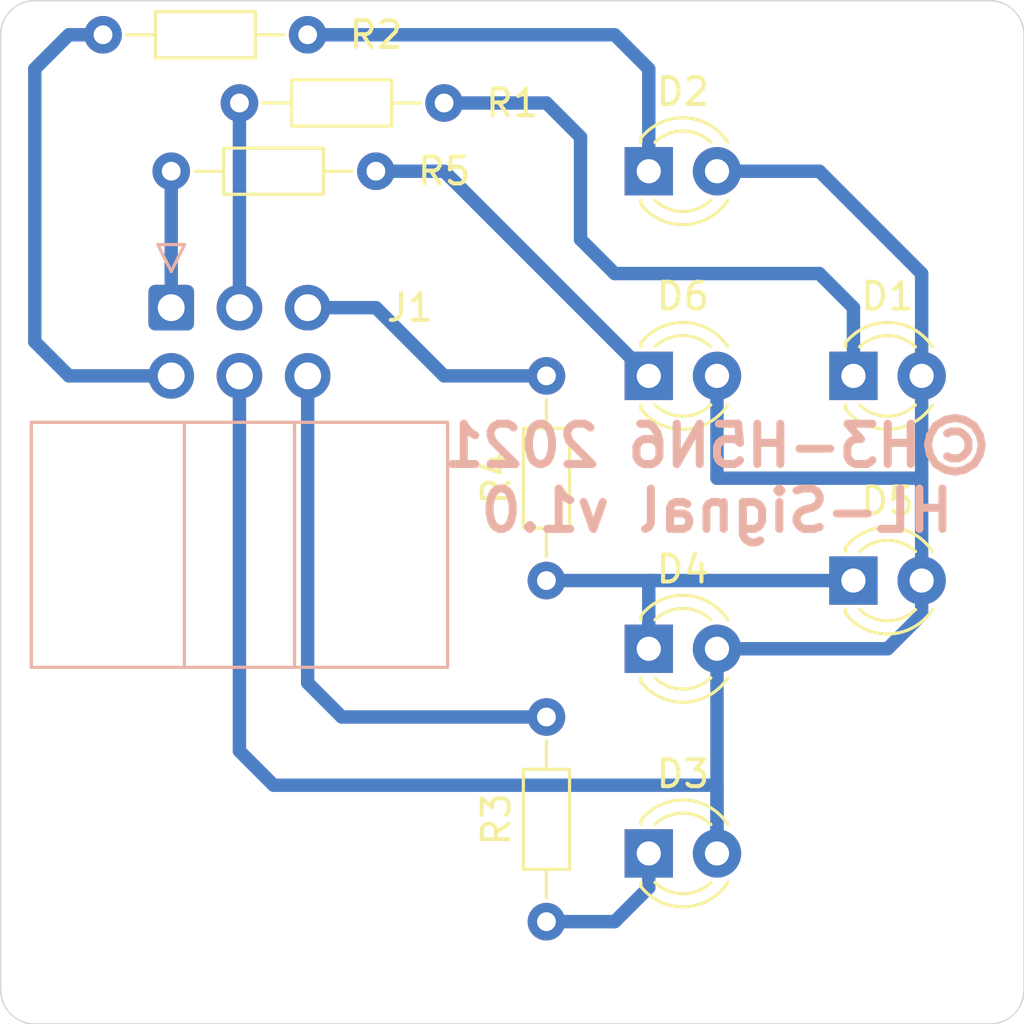
<source format=kicad_pcb>
(kicad_pcb (version 20171130) (host pcbnew 5.1.10)

  (general
    (thickness 1.6)
    (drawings 9)
    (tracks 45)
    (zones 0)
    (modules 14)
    (nets 12)
  )

  (page A4)
  (layers
    (0 F.Cu signal hide)
    (31 B.Cu signal hide)
    (32 B.Adhes user hide)
    (33 F.Adhes user hide)
    (34 B.Paste user hide)
    (35 F.Paste user hide)
    (36 B.SilkS user hide)
    (37 F.SilkS user)
    (38 B.Mask user)
    (39 F.Mask user hide)
    (40 Dwgs.User user hide)
    (41 Cmts.User user hide)
    (42 Eco1.User user hide)
    (43 Eco2.User user hide)
    (44 Edge.Cuts user)
    (45 Margin user hide)
    (46 B.CrtYd user)
    (47 F.CrtYd user)
    (48 B.Fab user hide)
    (49 F.Fab user hide)
  )

  (setup
    (last_trace_width 0.5)
    (trace_clearance 0.2)
    (zone_clearance 0.508)
    (zone_45_only no)
    (trace_min 0.2)
    (via_size 0.8)
    (via_drill 0.4)
    (via_min_size 0.4)
    (via_min_drill 0.3)
    (uvia_size 0.3)
    (uvia_drill 0.1)
    (uvias_allowed no)
    (uvia_min_size 0.2)
    (uvia_min_drill 0.1)
    (edge_width 0.05)
    (segment_width 1)
    (pcb_text_width 0.3)
    (pcb_text_size 1.5 1.5)
    (mod_edge_width 0.12)
    (mod_text_size 1 1)
    (mod_text_width 0.15)
    (pad_size 1.524 1.524)
    (pad_drill 0.762)
    (pad_to_mask_clearance 0)
    (aux_axis_origin 0 0)
    (visible_elements FFFFFF7F)
    (pcbplotparams
      (layerselection 0x010fc_ffffffff)
      (usegerberextensions true)
      (usegerberattributes false)
      (usegerberadvancedattributes false)
      (creategerberjobfile false)
      (excludeedgelayer true)
      (linewidth 0.100000)
      (plotframeref false)
      (viasonmask false)
      (mode 1)
      (useauxorigin false)
      (hpglpennumber 1)
      (hpglpenspeed 20)
      (hpglpendiameter 15.000000)
      (psnegative false)
      (psa4output false)
      (plotreference true)
      (plotvalue false)
      (plotinvisibletext false)
      (padsonsilk false)
      (subtractmaskfromsilk true)
      (outputformat 1)
      (mirror false)
      (drillshape 0)
      (scaleselection 1)
      (outputdirectory "polt"))
  )

  (net 0 "")
  (net 1 +5P)
  (net 2 "Net-(D1-Pad1)")
  (net 3 "Net-(D2-Pad1)")
  (net 4 "Net-(D3-Pad1)")
  (net 5 "Net-(D4-Pad1)")
  (net 6 "Net-(D6-Pad1)")
  (net 7 "Net-(J1-Pad5)")
  (net 8 "Net-(J1-Pad3)")
  (net 9 "Net-(J1-Pad2)")
  (net 10 "Net-(J1-Pad1)")
  (net 11 "Net-(J1-Pad6)")

  (net_class Default "This is the default net class."
    (clearance 0.2)
    (trace_width 0.5)
    (via_dia 0.8)
    (via_drill 0.4)
    (uvia_dia 0.3)
    (uvia_drill 0.1)
    (add_net +5P)
    (add_net "Net-(D1-Pad1)")
    (add_net "Net-(D2-Pad1)")
    (add_net "Net-(D3-Pad1)")
    (add_net "Net-(D4-Pad1)")
    (add_net "Net-(D6-Pad1)")
    (add_net "Net-(J1-Pad1)")
    (add_net "Net-(J1-Pad2)")
    (add_net "Net-(J1-Pad3)")
    (add_net "Net-(J1-Pad5)")
    (add_net "Net-(J1-Pad6)")
  )

  (module Mounting_Holes:MountingHole_3.2mm_M3 (layer F.Cu) (tedit 56D1B4CB) (tstamp 608F3D52)
    (at 59.69 29.21)
    (descr "Mounting Hole 3.2mm, no annular, M3")
    (tags "mounting hole 3.2mm no annular m3")
    (path /608F4395)
    (attr virtual)
    (fp_text reference H1 (at 0 -4.2) (layer F.SilkS) hide
      (effects (font (size 1 1) (thickness 0.15)))
    )
    (fp_text value MountingHole (at 0 4.2) (layer F.Fab) hide
      (effects (font (size 1 1) (thickness 0.15)))
    )
    (fp_circle (center 0 0) (end 3.2 0) (layer Cmts.User) (width 0.15))
    (fp_circle (center 0 0) (end 3.45 0) (layer F.CrtYd) (width 0.05))
    (fp_text user %R (at 0.3 0) (layer F.Fab) hide
      (effects (font (size 1 1) (thickness 0.15)))
    )
    (pad 1 np_thru_hole circle (at 0 0) (size 3.2 3.2) (drill 3.2) (layers *.Cu *.Mask))
  )

  (module LEDs:LED_D3.0mm (layer F.Cu) (tedit 587A3A7B) (tstamp 607A092B)
    (at 57.15 39.37)
    (descr "LED, diameter 3.0mm, 2 pins")
    (tags "LED diameter 3.0mm 2 pins")
    (path /607A062E)
    (fp_text reference D1 (at 1.27 -2.96) (layer F.SilkS)
      (effects (font (size 1 1) (thickness 0.15)))
    )
    (fp_text value "Rot 2" (at 1.27 2.96) (layer F.Fab)
      (effects (font (size 1 1) (thickness 0.15)))
    )
    (fp_line (start 3.7 -2.25) (end -1.15 -2.25) (layer F.CrtYd) (width 0.05))
    (fp_line (start 3.7 2.25) (end 3.7 -2.25) (layer F.CrtYd) (width 0.05))
    (fp_line (start -1.15 2.25) (end 3.7 2.25) (layer F.CrtYd) (width 0.05))
    (fp_line (start -1.15 -2.25) (end -1.15 2.25) (layer F.CrtYd) (width 0.05))
    (fp_line (start -0.29 1.08) (end -0.29 1.236) (layer F.SilkS) (width 0.12))
    (fp_line (start -0.29 -1.236) (end -0.29 -1.08) (layer F.SilkS) (width 0.12))
    (fp_line (start -0.23 -1.16619) (end -0.23 1.16619) (layer F.Fab) (width 0.1))
    (fp_circle (center 1.27 0) (end 2.77 0) (layer F.Fab) (width 0.1))
    (fp_arc (start 1.27 0) (end 0.229039 1.08) (angle -87.9) (layer F.SilkS) (width 0.12))
    (fp_arc (start 1.27 0) (end 0.229039 -1.08) (angle 87.9) (layer F.SilkS) (width 0.12))
    (fp_arc (start 1.27 0) (end -0.29 1.235516) (angle -108.8) (layer F.SilkS) (width 0.12))
    (fp_arc (start 1.27 0) (end -0.29 -1.235516) (angle 108.8) (layer F.SilkS) (width 0.12))
    (fp_arc (start 1.27 0) (end -0.23 -1.16619) (angle 284.3) (layer F.Fab) (width 0.1))
    (pad 2 thru_hole circle (at 2.54 0) (size 1.8 1.8) (drill 0.9) (layers *.Cu *.Mask)
      (net 1 +5P))
    (pad 1 thru_hole rect (at 0 0) (size 1.8 1.8) (drill 0.9) (layers *.Cu *.Mask)
      (net 2 "Net-(D1-Pad1)"))
    (model ${KISYS3DMOD}/LEDs.3dshapes/LED_D3.0mm.wrl
      (at (xyz 0 0 0))
      (scale (xyz 0.393701 0.393701 0.393701))
      (rotate (xyz 0 0 0))
    )
  )

  (module LEDs:LED_D3.0mm (layer F.Cu) (tedit 587A3A7B) (tstamp 607A093E)
    (at 49.53 31.75)
    (descr "LED, diameter 3.0mm, 2 pins")
    (tags "LED diameter 3.0mm 2 pins")
    (path /607A3A55)
    (fp_text reference D2 (at 1.27 -2.96) (layer F.SilkS)
      (effects (font (size 1 1) (thickness 0.15)))
    )
    (fp_text value Grün (at 1.27 2.96) (layer F.Fab)
      (effects (font (size 1 1) (thickness 0.15)))
    )
    (fp_circle (center 1.27 0) (end 2.77 0) (layer F.Fab) (width 0.1))
    (fp_line (start -0.23 -1.16619) (end -0.23 1.16619) (layer F.Fab) (width 0.1))
    (fp_line (start -0.29 -1.236) (end -0.29 -1.08) (layer F.SilkS) (width 0.12))
    (fp_line (start -0.29 1.08) (end -0.29 1.236) (layer F.SilkS) (width 0.12))
    (fp_line (start -1.15 -2.25) (end -1.15 2.25) (layer F.CrtYd) (width 0.05))
    (fp_line (start -1.15 2.25) (end 3.7 2.25) (layer F.CrtYd) (width 0.05))
    (fp_line (start 3.7 2.25) (end 3.7 -2.25) (layer F.CrtYd) (width 0.05))
    (fp_line (start 3.7 -2.25) (end -1.15 -2.25) (layer F.CrtYd) (width 0.05))
    (fp_arc (start 1.27 0) (end -0.23 -1.16619) (angle 284.3) (layer F.Fab) (width 0.1))
    (fp_arc (start 1.27 0) (end -0.29 -1.235516) (angle 108.8) (layer F.SilkS) (width 0.12))
    (fp_arc (start 1.27 0) (end -0.29 1.235516) (angle -108.8) (layer F.SilkS) (width 0.12))
    (fp_arc (start 1.27 0) (end 0.229039 -1.08) (angle 87.9) (layer F.SilkS) (width 0.12))
    (fp_arc (start 1.27 0) (end 0.229039 1.08) (angle -87.9) (layer F.SilkS) (width 0.12))
    (pad 1 thru_hole rect (at 0 0) (size 1.8 1.8) (drill 0.9) (layers *.Cu *.Mask)
      (net 3 "Net-(D2-Pad1)"))
    (pad 2 thru_hole circle (at 2.54 0) (size 1.8 1.8) (drill 0.9) (layers *.Cu *.Mask)
      (net 1 +5P))
    (model ${KISYS3DMOD}/LEDs.3dshapes/LED_D3.0mm.wrl
      (at (xyz 0 0 0))
      (scale (xyz 0.393701 0.393701 0.393701))
      (rotate (xyz 0 0 0))
    )
  )

  (module LEDs:LED_D3.0mm (layer F.Cu) (tedit 587A3A7B) (tstamp 607A0951)
    (at 49.53 57.15)
    (descr "LED, diameter 3.0mm, 2 pins")
    (tags "LED diameter 3.0mm 2 pins")
    (path /607A462B)
    (fp_text reference D3 (at 1.27 -2.96) (layer F.SilkS)
      (effects (font (size 1 1) (thickness 0.15)))
    )
    (fp_text value Gelb (at 1.27 2.96) (layer F.Fab)
      (effects (font (size 1 1) (thickness 0.15)))
    )
    (fp_line (start 3.7 -2.25) (end -1.15 -2.25) (layer F.CrtYd) (width 0.05))
    (fp_line (start 3.7 2.25) (end 3.7 -2.25) (layer F.CrtYd) (width 0.05))
    (fp_line (start -1.15 2.25) (end 3.7 2.25) (layer F.CrtYd) (width 0.05))
    (fp_line (start -1.15 -2.25) (end -1.15 2.25) (layer F.CrtYd) (width 0.05))
    (fp_line (start -0.29 1.08) (end -0.29 1.236) (layer F.SilkS) (width 0.12))
    (fp_line (start -0.29 -1.236) (end -0.29 -1.08) (layer F.SilkS) (width 0.12))
    (fp_line (start -0.23 -1.16619) (end -0.23 1.16619) (layer F.Fab) (width 0.1))
    (fp_circle (center 1.27 0) (end 2.77 0) (layer F.Fab) (width 0.1))
    (fp_arc (start 1.27 0) (end 0.229039 1.08) (angle -87.9) (layer F.SilkS) (width 0.12))
    (fp_arc (start 1.27 0) (end 0.229039 -1.08) (angle 87.9) (layer F.SilkS) (width 0.12))
    (fp_arc (start 1.27 0) (end -0.29 1.235516) (angle -108.8) (layer F.SilkS) (width 0.12))
    (fp_arc (start 1.27 0) (end -0.29 -1.235516) (angle 108.8) (layer F.SilkS) (width 0.12))
    (fp_arc (start 1.27 0) (end -0.23 -1.16619) (angle 284.3) (layer F.Fab) (width 0.1))
    (pad 2 thru_hole circle (at 2.54 0) (size 1.8 1.8) (drill 0.9) (layers *.Cu *.Mask)
      (net 1 +5P))
    (pad 1 thru_hole rect (at 0 0) (size 1.8 1.8) (drill 0.9) (layers *.Cu *.Mask)
      (net 4 "Net-(D3-Pad1)"))
    (model ${KISYS3DMOD}/LEDs.3dshapes/LED_D3.0mm.wrl
      (at (xyz 0 0 0))
      (scale (xyz 0.393701 0.393701 0.393701))
      (rotate (xyz 0 0 0))
    )
  )

  (module LEDs:LED_D3.0mm (layer F.Cu) (tedit 587A3A7B) (tstamp 607A0964)
    (at 49.53 49.53)
    (descr "LED, diameter 3.0mm, 2 pins")
    (tags "LED diameter 3.0mm 2 pins")
    (path /607A4EA5)
    (fp_text reference D4 (at 1.27 -2.96) (layer F.SilkS)
      (effects (font (size 1 1) (thickness 0.15)))
    )
    (fp_text value Weiß (at 1.27 2.96) (layer F.Fab)
      (effects (font (size 1 1) (thickness 0.15)))
    )
    (fp_circle (center 1.27 0) (end 2.77 0) (layer F.Fab) (width 0.1))
    (fp_line (start -0.23 -1.16619) (end -0.23 1.16619) (layer F.Fab) (width 0.1))
    (fp_line (start -0.29 -1.236) (end -0.29 -1.08) (layer F.SilkS) (width 0.12))
    (fp_line (start -0.29 1.08) (end -0.29 1.236) (layer F.SilkS) (width 0.12))
    (fp_line (start -1.15 -2.25) (end -1.15 2.25) (layer F.CrtYd) (width 0.05))
    (fp_line (start -1.15 2.25) (end 3.7 2.25) (layer F.CrtYd) (width 0.05))
    (fp_line (start 3.7 2.25) (end 3.7 -2.25) (layer F.CrtYd) (width 0.05))
    (fp_line (start 3.7 -2.25) (end -1.15 -2.25) (layer F.CrtYd) (width 0.05))
    (fp_arc (start 1.27 0) (end -0.23 -1.16619) (angle 284.3) (layer F.Fab) (width 0.1))
    (fp_arc (start 1.27 0) (end -0.29 -1.235516) (angle 108.8) (layer F.SilkS) (width 0.12))
    (fp_arc (start 1.27 0) (end -0.29 1.235516) (angle -108.8) (layer F.SilkS) (width 0.12))
    (fp_arc (start 1.27 0) (end 0.229039 -1.08) (angle 87.9) (layer F.SilkS) (width 0.12))
    (fp_arc (start 1.27 0) (end 0.229039 1.08) (angle -87.9) (layer F.SilkS) (width 0.12))
    (pad 1 thru_hole rect (at 0 0) (size 1.8 1.8) (drill 0.9) (layers *.Cu *.Mask)
      (net 5 "Net-(D4-Pad1)"))
    (pad 2 thru_hole circle (at 2.54 0) (size 1.8 1.8) (drill 0.9) (layers *.Cu *.Mask)
      (net 1 +5P))
    (model ${KISYS3DMOD}/LEDs.3dshapes/LED_D3.0mm.wrl
      (at (xyz 0 0 0))
      (scale (xyz 0.393701 0.393701 0.393701))
      (rotate (xyz 0 0 0))
    )
  )

  (module LEDs:LED_D3.0mm (layer F.Cu) (tedit 587A3A7B) (tstamp 607A0977)
    (at 57.15 46.99)
    (descr "LED, diameter 3.0mm, 2 pins")
    (tags "LED diameter 3.0mm 2 pins")
    (path /607A5C61)
    (fp_text reference D5 (at 1.27 -2.96) (layer F.SilkS)
      (effects (font (size 1 1) (thickness 0.15)))
    )
    (fp_text value Weiß (at 1.27 2.96) (layer F.Fab)
      (effects (font (size 1 1) (thickness 0.15)))
    )
    (fp_line (start 3.7 -2.25) (end -1.15 -2.25) (layer F.CrtYd) (width 0.05))
    (fp_line (start 3.7 2.25) (end 3.7 -2.25) (layer F.CrtYd) (width 0.05))
    (fp_line (start -1.15 2.25) (end 3.7 2.25) (layer F.CrtYd) (width 0.05))
    (fp_line (start -1.15 -2.25) (end -1.15 2.25) (layer F.CrtYd) (width 0.05))
    (fp_line (start -0.29 1.08) (end -0.29 1.236) (layer F.SilkS) (width 0.12))
    (fp_line (start -0.29 -1.236) (end -0.29 -1.08) (layer F.SilkS) (width 0.12))
    (fp_line (start -0.23 -1.16619) (end -0.23 1.16619) (layer F.Fab) (width 0.1))
    (fp_circle (center 1.27 0) (end 2.77 0) (layer F.Fab) (width 0.1))
    (fp_arc (start 1.27 0) (end 0.229039 1.08) (angle -87.9) (layer F.SilkS) (width 0.12))
    (fp_arc (start 1.27 0) (end 0.229039 -1.08) (angle 87.9) (layer F.SilkS) (width 0.12))
    (fp_arc (start 1.27 0) (end -0.29 1.235516) (angle -108.8) (layer F.SilkS) (width 0.12))
    (fp_arc (start 1.27 0) (end -0.29 -1.235516) (angle 108.8) (layer F.SilkS) (width 0.12))
    (fp_arc (start 1.27 0) (end -0.23 -1.16619) (angle 284.3) (layer F.Fab) (width 0.1))
    (pad 2 thru_hole circle (at 2.54 0) (size 1.8 1.8) (drill 0.9) (layers *.Cu *.Mask)
      (net 1 +5P))
    (pad 1 thru_hole rect (at 0 0) (size 1.8 1.8) (drill 0.9) (layers *.Cu *.Mask)
      (net 5 "Net-(D4-Pad1)"))
    (model ${KISYS3DMOD}/LEDs.3dshapes/LED_D3.0mm.wrl
      (at (xyz 0 0 0))
      (scale (xyz 0.393701 0.393701 0.393701))
      (rotate (xyz 0 0 0))
    )
  )

  (module LEDs:LED_D3.0mm (layer F.Cu) (tedit 587A3A7B) (tstamp 607A098A)
    (at 49.53 39.37)
    (descr "LED, diameter 3.0mm, 2 pins")
    (tags "LED diameter 3.0mm 2 pins")
    (path /607B3361)
    (fp_text reference D6 (at 1.27 -2.96) (layer F.SilkS)
      (effects (font (size 1 1) (thickness 0.15)))
    )
    (fp_text value "Rot 1" (at 1.27 2.96) (layer F.Fab)
      (effects (font (size 1 1) (thickness 0.15)))
    )
    (fp_circle (center 1.27 0) (end 2.77 0) (layer F.Fab) (width 0.1))
    (fp_line (start -0.23 -1.16619) (end -0.23 1.16619) (layer F.Fab) (width 0.1))
    (fp_line (start -0.29 -1.236) (end -0.29 -1.08) (layer F.SilkS) (width 0.12))
    (fp_line (start -0.29 1.08) (end -0.29 1.236) (layer F.SilkS) (width 0.12))
    (fp_line (start -1.15 -2.25) (end -1.15 2.25) (layer F.CrtYd) (width 0.05))
    (fp_line (start -1.15 2.25) (end 3.7 2.25) (layer F.CrtYd) (width 0.05))
    (fp_line (start 3.7 2.25) (end 3.7 -2.25) (layer F.CrtYd) (width 0.05))
    (fp_line (start 3.7 -2.25) (end -1.15 -2.25) (layer F.CrtYd) (width 0.05))
    (fp_arc (start 1.27 0) (end -0.23 -1.16619) (angle 284.3) (layer F.Fab) (width 0.1))
    (fp_arc (start 1.27 0) (end -0.29 -1.235516) (angle 108.8) (layer F.SilkS) (width 0.12))
    (fp_arc (start 1.27 0) (end -0.29 1.235516) (angle -108.8) (layer F.SilkS) (width 0.12))
    (fp_arc (start 1.27 0) (end 0.229039 -1.08) (angle 87.9) (layer F.SilkS) (width 0.12))
    (fp_arc (start 1.27 0) (end 0.229039 1.08) (angle -87.9) (layer F.SilkS) (width 0.12))
    (pad 1 thru_hole rect (at 0 0) (size 1.8 1.8) (drill 0.9) (layers *.Cu *.Mask)
      (net 6 "Net-(D6-Pad1)"))
    (pad 2 thru_hole circle (at 2.54 0) (size 1.8 1.8) (drill 0.9) (layers *.Cu *.Mask)
      (net 1 +5P))
    (model ${KISYS3DMOD}/LEDs.3dshapes/LED_D3.0mm.wrl
      (at (xyz 0 0 0))
      (scale (xyz 0.393701 0.393701 0.393701))
      (rotate (xyz 0 0 0))
    )
  )

  (module Resistors_THT:R_Axial_DIN0204_L3.6mm_D1.6mm_P7.62mm_Horizontal (layer F.Cu) (tedit 5874F706) (tstamp 607A09A0)
    (at 41.91 29.21 180)
    (descr "Resistor, Axial_DIN0204 series, Axial, Horizontal, pin pitch=7.62mm, 0.16666666666666666W = 1/6W, length*diameter=3.6*1.6mm^2, http://cdn-reichelt.de/documents/datenblatt/B400/1_4W%23YAG.pdf")
    (tags "Resistor Axial_DIN0204 series Axial Horizontal pin pitch 7.62mm 0.16666666666666666W = 1/6W length 3.6mm diameter 1.6mm")
    (path /607A174E)
    (fp_text reference R1 (at -2.54 0) (layer F.SilkS)
      (effects (font (size 1 1) (thickness 0.15)))
    )
    (fp_text value R (at 3.81 1.86) (layer F.Fab)
      (effects (font (size 1 1) (thickness 0.15)))
    )
    (fp_line (start 8.6 -1.15) (end -0.95 -1.15) (layer F.CrtYd) (width 0.05))
    (fp_line (start 8.6 1.15) (end 8.6 -1.15) (layer F.CrtYd) (width 0.05))
    (fp_line (start -0.95 1.15) (end 8.6 1.15) (layer F.CrtYd) (width 0.05))
    (fp_line (start -0.95 -1.15) (end -0.95 1.15) (layer F.CrtYd) (width 0.05))
    (fp_line (start 6.74 0) (end 5.67 0) (layer F.SilkS) (width 0.12))
    (fp_line (start 0.88 0) (end 1.95 0) (layer F.SilkS) (width 0.12))
    (fp_line (start 5.67 -0.86) (end 1.95 -0.86) (layer F.SilkS) (width 0.12))
    (fp_line (start 5.67 0.86) (end 5.67 -0.86) (layer F.SilkS) (width 0.12))
    (fp_line (start 1.95 0.86) (end 5.67 0.86) (layer F.SilkS) (width 0.12))
    (fp_line (start 1.95 -0.86) (end 1.95 0.86) (layer F.SilkS) (width 0.12))
    (fp_line (start 7.62 0) (end 5.61 0) (layer F.Fab) (width 0.1))
    (fp_line (start 0 0) (end 2.01 0) (layer F.Fab) (width 0.1))
    (fp_line (start 5.61 -0.8) (end 2.01 -0.8) (layer F.Fab) (width 0.1))
    (fp_line (start 5.61 0.8) (end 5.61 -0.8) (layer F.Fab) (width 0.1))
    (fp_line (start 2.01 0.8) (end 5.61 0.8) (layer F.Fab) (width 0.1))
    (fp_line (start 2.01 -0.8) (end 2.01 0.8) (layer F.Fab) (width 0.1))
    (pad 2 thru_hole oval (at 7.62 0 180) (size 1.4 1.4) (drill 0.7) (layers *.Cu *.Mask)
      (net 8 "Net-(J1-Pad3)"))
    (pad 1 thru_hole circle (at 0 0 180) (size 1.4 1.4) (drill 0.7) (layers *.Cu *.Mask)
      (net 2 "Net-(D1-Pad1)"))
    (model ${KISYS3DMOD}/Resistors_THT.3dshapes/R_Axial_DIN0204_L3.6mm_D1.6mm_P7.62mm_Horizontal.wrl
      (at (xyz 0 0 0))
      (scale (xyz 0.393701 0.393701 0.393701))
      (rotate (xyz 0 0 0))
    )
  )

  (module Resistors_THT:R_Axial_DIN0204_L3.6mm_D1.6mm_P7.62mm_Horizontal (layer F.Cu) (tedit 5874F706) (tstamp 607A09B6)
    (at 36.83 26.67 180)
    (descr "Resistor, Axial_DIN0204 series, Axial, Horizontal, pin pitch=7.62mm, 0.16666666666666666W = 1/6W, length*diameter=3.6*1.6mm^2, http://cdn-reichelt.de/documents/datenblatt/B400/1_4W%23YAG.pdf")
    (tags "Resistor Axial_DIN0204 series Axial Horizontal pin pitch 7.62mm 0.16666666666666666W = 1/6W length 3.6mm diameter 1.6mm")
    (path /607A3A5B)
    (fp_text reference R2 (at -2.54 0) (layer F.SilkS)
      (effects (font (size 1 1) (thickness 0.15)))
    )
    (fp_text value R (at 3.81 1.86) (layer F.Fab)
      (effects (font (size 1 1) (thickness 0.15)))
    )
    (fp_line (start 2.01 -0.8) (end 2.01 0.8) (layer F.Fab) (width 0.1))
    (fp_line (start 2.01 0.8) (end 5.61 0.8) (layer F.Fab) (width 0.1))
    (fp_line (start 5.61 0.8) (end 5.61 -0.8) (layer F.Fab) (width 0.1))
    (fp_line (start 5.61 -0.8) (end 2.01 -0.8) (layer F.Fab) (width 0.1))
    (fp_line (start 0 0) (end 2.01 0) (layer F.Fab) (width 0.1))
    (fp_line (start 7.62 0) (end 5.61 0) (layer F.Fab) (width 0.1))
    (fp_line (start 1.95 -0.86) (end 1.95 0.86) (layer F.SilkS) (width 0.12))
    (fp_line (start 1.95 0.86) (end 5.67 0.86) (layer F.SilkS) (width 0.12))
    (fp_line (start 5.67 0.86) (end 5.67 -0.86) (layer F.SilkS) (width 0.12))
    (fp_line (start 5.67 -0.86) (end 1.95 -0.86) (layer F.SilkS) (width 0.12))
    (fp_line (start 0.88 0) (end 1.95 0) (layer F.SilkS) (width 0.12))
    (fp_line (start 6.74 0) (end 5.67 0) (layer F.SilkS) (width 0.12))
    (fp_line (start -0.95 -1.15) (end -0.95 1.15) (layer F.CrtYd) (width 0.05))
    (fp_line (start -0.95 1.15) (end 8.6 1.15) (layer F.CrtYd) (width 0.05))
    (fp_line (start 8.6 1.15) (end 8.6 -1.15) (layer F.CrtYd) (width 0.05))
    (fp_line (start 8.6 -1.15) (end -0.95 -1.15) (layer F.CrtYd) (width 0.05))
    (pad 1 thru_hole circle (at 0 0 180) (size 1.4 1.4) (drill 0.7) (layers *.Cu *.Mask)
      (net 3 "Net-(D2-Pad1)"))
    (pad 2 thru_hole oval (at 7.62 0 180) (size 1.4 1.4) (drill 0.7) (layers *.Cu *.Mask)
      (net 9 "Net-(J1-Pad2)"))
    (model ${KISYS3DMOD}/Resistors_THT.3dshapes/R_Axial_DIN0204_L3.6mm_D1.6mm_P7.62mm_Horizontal.wrl
      (at (xyz 0 0 0))
      (scale (xyz 0.393701 0.393701 0.393701))
      (rotate (xyz 0 0 0))
    )
  )

  (module Resistors_THT:R_Axial_DIN0204_L3.6mm_D1.6mm_P7.62mm_Horizontal (layer F.Cu) (tedit 5874F706) (tstamp 607A09CC)
    (at 45.72 59.69 90)
    (descr "Resistor, Axial_DIN0204 series, Axial, Horizontal, pin pitch=7.62mm, 0.16666666666666666W = 1/6W, length*diameter=3.6*1.6mm^2, http://cdn-reichelt.de/documents/datenblatt/B400/1_4W%23YAG.pdf")
    (tags "Resistor Axial_DIN0204 series Axial Horizontal pin pitch 7.62mm 0.16666666666666666W = 1/6W length 3.6mm diameter 1.6mm")
    (path /607A4631)
    (fp_text reference R3 (at 3.81 -1.86 90) (layer F.SilkS)
      (effects (font (size 1 1) (thickness 0.15)))
    )
    (fp_text value R (at 3.81 1.86 90) (layer F.Fab)
      (effects (font (size 1 1) (thickness 0.15)))
    )
    (fp_line (start 2.01 -0.8) (end 2.01 0.8) (layer F.Fab) (width 0.1))
    (fp_line (start 2.01 0.8) (end 5.61 0.8) (layer F.Fab) (width 0.1))
    (fp_line (start 5.61 0.8) (end 5.61 -0.8) (layer F.Fab) (width 0.1))
    (fp_line (start 5.61 -0.8) (end 2.01 -0.8) (layer F.Fab) (width 0.1))
    (fp_line (start 0 0) (end 2.01 0) (layer F.Fab) (width 0.1))
    (fp_line (start 7.62 0) (end 5.61 0) (layer F.Fab) (width 0.1))
    (fp_line (start 1.95 -0.86) (end 1.95 0.86) (layer F.SilkS) (width 0.12))
    (fp_line (start 1.95 0.86) (end 5.67 0.86) (layer F.SilkS) (width 0.12))
    (fp_line (start 5.67 0.86) (end 5.67 -0.86) (layer F.SilkS) (width 0.12))
    (fp_line (start 5.67 -0.86) (end 1.95 -0.86) (layer F.SilkS) (width 0.12))
    (fp_line (start 0.88 0) (end 1.95 0) (layer F.SilkS) (width 0.12))
    (fp_line (start 6.74 0) (end 5.67 0) (layer F.SilkS) (width 0.12))
    (fp_line (start -0.95 -1.15) (end -0.95 1.15) (layer F.CrtYd) (width 0.05))
    (fp_line (start -0.95 1.15) (end 8.6 1.15) (layer F.CrtYd) (width 0.05))
    (fp_line (start 8.6 1.15) (end 8.6 -1.15) (layer F.CrtYd) (width 0.05))
    (fp_line (start 8.6 -1.15) (end -0.95 -1.15) (layer F.CrtYd) (width 0.05))
    (pad 1 thru_hole circle (at 0 0 90) (size 1.4 1.4) (drill 0.7) (layers *.Cu *.Mask)
      (net 4 "Net-(D3-Pad1)"))
    (pad 2 thru_hole oval (at 7.62 0 90) (size 1.4 1.4) (drill 0.7) (layers *.Cu *.Mask)
      (net 11 "Net-(J1-Pad6)"))
    (model ${KISYS3DMOD}/Resistors_THT.3dshapes/R_Axial_DIN0204_L3.6mm_D1.6mm_P7.62mm_Horizontal.wrl
      (at (xyz 0 0 0))
      (scale (xyz 0.393701 0.393701 0.393701))
      (rotate (xyz 0 0 0))
    )
  )

  (module Resistors_THT:R_Axial_DIN0204_L3.6mm_D1.6mm_P7.62mm_Horizontal (layer F.Cu) (tedit 5874F706) (tstamp 607A09E2)
    (at 45.72 46.99 90)
    (descr "Resistor, Axial_DIN0204 series, Axial, Horizontal, pin pitch=7.62mm, 0.16666666666666666W = 1/6W, length*diameter=3.6*1.6mm^2, http://cdn-reichelt.de/documents/datenblatt/B400/1_4W%23YAG.pdf")
    (tags "Resistor Axial_DIN0204 series Axial Horizontal pin pitch 7.62mm 0.16666666666666666W = 1/6W length 3.6mm diameter 1.6mm")
    (path /607A4EAB)
    (fp_text reference R4 (at 3.81 -1.86 90) (layer F.SilkS)
      (effects (font (size 1 1) (thickness 0.15)))
    )
    (fp_text value R (at 3.81 1.86 90) (layer F.Fab)
      (effects (font (size 1 1) (thickness 0.15)))
    )
    (fp_line (start 8.6 -1.15) (end -0.95 -1.15) (layer F.CrtYd) (width 0.05))
    (fp_line (start 8.6 1.15) (end 8.6 -1.15) (layer F.CrtYd) (width 0.05))
    (fp_line (start -0.95 1.15) (end 8.6 1.15) (layer F.CrtYd) (width 0.05))
    (fp_line (start -0.95 -1.15) (end -0.95 1.15) (layer F.CrtYd) (width 0.05))
    (fp_line (start 6.74 0) (end 5.67 0) (layer F.SilkS) (width 0.12))
    (fp_line (start 0.88 0) (end 1.95 0) (layer F.SilkS) (width 0.12))
    (fp_line (start 5.67 -0.86) (end 1.95 -0.86) (layer F.SilkS) (width 0.12))
    (fp_line (start 5.67 0.86) (end 5.67 -0.86) (layer F.SilkS) (width 0.12))
    (fp_line (start 1.95 0.86) (end 5.67 0.86) (layer F.SilkS) (width 0.12))
    (fp_line (start 1.95 -0.86) (end 1.95 0.86) (layer F.SilkS) (width 0.12))
    (fp_line (start 7.62 0) (end 5.61 0) (layer F.Fab) (width 0.1))
    (fp_line (start 0 0) (end 2.01 0) (layer F.Fab) (width 0.1))
    (fp_line (start 5.61 -0.8) (end 2.01 -0.8) (layer F.Fab) (width 0.1))
    (fp_line (start 5.61 0.8) (end 5.61 -0.8) (layer F.Fab) (width 0.1))
    (fp_line (start 2.01 0.8) (end 5.61 0.8) (layer F.Fab) (width 0.1))
    (fp_line (start 2.01 -0.8) (end 2.01 0.8) (layer F.Fab) (width 0.1))
    (pad 2 thru_hole oval (at 7.62 0 90) (size 1.4 1.4) (drill 0.7) (layers *.Cu *.Mask)
      (net 7 "Net-(J1-Pad5)"))
    (pad 1 thru_hole circle (at 0 0 90) (size 1.4 1.4) (drill 0.7) (layers *.Cu *.Mask)
      (net 5 "Net-(D4-Pad1)"))
    (model ${KISYS3DMOD}/Resistors_THT.3dshapes/R_Axial_DIN0204_L3.6mm_D1.6mm_P7.62mm_Horizontal.wrl
      (at (xyz 0 0 0))
      (scale (xyz 0.393701 0.393701 0.393701))
      (rotate (xyz 0 0 0))
    )
  )

  (module Resistors_THT:R_Axial_DIN0204_L3.6mm_D1.6mm_P7.62mm_Horizontal (layer F.Cu) (tedit 5874F706) (tstamp 607A09F8)
    (at 39.37 31.75 180)
    (descr "Resistor, Axial_DIN0204 series, Axial, Horizontal, pin pitch=7.62mm, 0.16666666666666666W = 1/6W, length*diameter=3.6*1.6mm^2, http://cdn-reichelt.de/documents/datenblatt/B400/1_4W%23YAG.pdf")
    (tags "Resistor Axial_DIN0204 series Axial Horizontal pin pitch 7.62mm 0.16666666666666666W = 1/6W length 3.6mm diameter 1.6mm")
    (path /607B3367)
    (fp_text reference R5 (at -2.54 0) (layer F.SilkS)
      (effects (font (size 1 1) (thickness 0.15)))
    )
    (fp_text value R (at 3.81 1.86) (layer F.Fab)
      (effects (font (size 1 1) (thickness 0.15)))
    )
    (fp_line (start 8.6 -1.15) (end -0.95 -1.15) (layer F.CrtYd) (width 0.05))
    (fp_line (start 8.6 1.15) (end 8.6 -1.15) (layer F.CrtYd) (width 0.05))
    (fp_line (start -0.95 1.15) (end 8.6 1.15) (layer F.CrtYd) (width 0.05))
    (fp_line (start -0.95 -1.15) (end -0.95 1.15) (layer F.CrtYd) (width 0.05))
    (fp_line (start 6.74 0) (end 5.67 0) (layer F.SilkS) (width 0.12))
    (fp_line (start 0.88 0) (end 1.95 0) (layer F.SilkS) (width 0.12))
    (fp_line (start 5.67 -0.86) (end 1.95 -0.86) (layer F.SilkS) (width 0.12))
    (fp_line (start 5.67 0.86) (end 5.67 -0.86) (layer F.SilkS) (width 0.12))
    (fp_line (start 1.95 0.86) (end 5.67 0.86) (layer F.SilkS) (width 0.12))
    (fp_line (start 1.95 -0.86) (end 1.95 0.86) (layer F.SilkS) (width 0.12))
    (fp_line (start 7.62 0) (end 5.61 0) (layer F.Fab) (width 0.1))
    (fp_line (start 0 0) (end 2.01 0) (layer F.Fab) (width 0.1))
    (fp_line (start 5.61 -0.8) (end 2.01 -0.8) (layer F.Fab) (width 0.1))
    (fp_line (start 5.61 0.8) (end 5.61 -0.8) (layer F.Fab) (width 0.1))
    (fp_line (start 2.01 0.8) (end 5.61 0.8) (layer F.Fab) (width 0.1))
    (fp_line (start 2.01 -0.8) (end 2.01 0.8) (layer F.Fab) (width 0.1))
    (pad 2 thru_hole oval (at 7.62 0 180) (size 1.4 1.4) (drill 0.7) (layers *.Cu *.Mask)
      (net 10 "Net-(J1-Pad1)"))
    (pad 1 thru_hole circle (at 0 0 180) (size 1.4 1.4) (drill 0.7) (layers *.Cu *.Mask)
      (net 6 "Net-(D6-Pad1)"))
    (model ${KISYS3DMOD}/Resistors_THT.3dshapes/R_Axial_DIN0204_L3.6mm_D1.6mm_P7.62mm_Horizontal.wrl
      (at (xyz 0 0 0))
      (scale (xyz 0.393701 0.393701 0.393701))
      (rotate (xyz 0 0 0))
    )
  )

  (module Connectors_IDC:IDC-Header_2x03_P2.54mm_Horizontal (layer B.Cu) (tedit 5EAC9A08) (tstamp 607B5064)
    (at 31.75 36.83 270)
    (descr "Through hole IDC box header, 2x03, 2.54mm pitch, DIN 41651 / IEC 60603-13, double rows, https://docs.google.com/spreadsheets/d/16SsEcesNF15N3Lb4niX7dcUr-NY5_MFPQhobNuNppn4/edit#gid=0")
    (tags "Through hole horizontal IDC box header THT 2x03 2.54mm double row")
    (path /607A8BE2)
    (fp_text reference J1 (at 0 -8.89) (layer F.SilkS)
      (effects (font (size 1 1) (thickness 0.15)))
    )
    (fp_text value Conn_02x03_Odd_Even (at 6.215 -11.18 270) (layer B.Fab)
      (effects (font (size 1 1) (thickness 0.15)) (justify mirror))
    )
    (fp_line (start 4.38 4.1) (end 5.38 5.1) (layer B.Fab) (width 0.1))
    (fp_line (start 4.38 -0.49) (end 13.28 -0.49) (layer B.Fab) (width 0.1))
    (fp_line (start 4.38 -4.59) (end 13.28 -4.59) (layer B.Fab) (width 0.1))
    (fp_line (start 4.27 -0.49) (end 13.39 -0.49) (layer B.SilkS) (width 0.12))
    (fp_line (start 4.27 -4.59) (end 13.39 -4.59) (layer B.SilkS) (width 0.12))
    (fp_line (start 4.38 0.32) (end -0.32 0.32) (layer B.Fab) (width 0.1))
    (fp_line (start -0.32 0.32) (end -0.32 -0.32) (layer B.Fab) (width 0.1))
    (fp_line (start -0.32 -0.32) (end 4.38 -0.32) (layer B.Fab) (width 0.1))
    (fp_line (start 4.38 -2.22) (end -0.32 -2.22) (layer B.Fab) (width 0.1))
    (fp_line (start -0.32 -2.22) (end -0.32 -2.86) (layer B.Fab) (width 0.1))
    (fp_line (start -0.32 -2.86) (end 4.38 -2.86) (layer B.Fab) (width 0.1))
    (fp_line (start 4.38 -4.76) (end -0.32 -4.76) (layer B.Fab) (width 0.1))
    (fp_line (start -0.32 -4.76) (end -0.32 -5.4) (layer B.Fab) (width 0.1))
    (fp_line (start -0.32 -5.4) (end 4.38 -5.4) (layer B.Fab) (width 0.1))
    (fp_line (start 5.38 5.1) (end 13.28 5.1) (layer B.Fab) (width 0.1))
    (fp_line (start 13.28 5.1) (end 13.28 -10.18) (layer B.Fab) (width 0.1))
    (fp_line (start 13.28 -10.18) (end 4.38 -10.18) (layer B.Fab) (width 0.1))
    (fp_line (start 4.38 -10.18) (end 4.38 4.1) (layer B.Fab) (width 0.1))
    (fp_line (start 4.27 5.21) (end 13.39 5.21) (layer B.SilkS) (width 0.12))
    (fp_line (start 13.39 5.21) (end 13.39 -10.29) (layer B.SilkS) (width 0.12))
    (fp_line (start 13.39 -10.29) (end 4.27 -10.29) (layer B.SilkS) (width 0.12))
    (fp_line (start 4.27 -10.29) (end 4.27 5.21) (layer B.SilkS) (width 0.12))
    (fp_line (start -1.35 0) (end -2.35 0.5) (layer B.SilkS) (width 0.12))
    (fp_line (start -2.35 0.5) (end -2.35 -0.5) (layer B.SilkS) (width 0.12))
    (fp_line (start -2.35 -0.5) (end -1.35 0) (layer B.SilkS) (width 0.12))
    (fp_line (start -1.35 5.6) (end -1.35 -10.69) (layer B.CrtYd) (width 0.05))
    (fp_line (start -1.35 -10.69) (end 13.78 -10.69) (layer B.CrtYd) (width 0.05))
    (fp_line (start 13.78 -10.69) (end 13.78 5.6) (layer B.CrtYd) (width 0.05))
    (fp_line (start 13.78 5.6) (end -1.35 5.6) (layer B.CrtYd) (width 0.05))
    (fp_text user %R (at 8.83 -2.54) (layer B.Fab)
      (effects (font (size 1 1) (thickness 0.15)) (justify mirror))
    )
    (pad 1 thru_hole roundrect (at 0 0 270) (size 1.7 1.7) (drill 1) (layers *.Cu *.Mask) (roundrect_rratio 0.1470588235294118)
      (net 10 "Net-(J1-Pad1)"))
    (pad 3 thru_hole circle (at 0 -2.54 270) (size 1.7 1.7) (drill 1) (layers *.Cu *.Mask)
      (net 8 "Net-(J1-Pad3)"))
    (pad 5 thru_hole circle (at 0 -5.08 270) (size 1.7 1.7) (drill 1) (layers *.Cu *.Mask)
      (net 7 "Net-(J1-Pad5)"))
    (pad 2 thru_hole circle (at 2.54 0 270) (size 1.7 1.7) (drill 1) (layers *.Cu *.Mask)
      (net 9 "Net-(J1-Pad2)"))
    (pad 4 thru_hole circle (at 2.54 -2.54 270) (size 1.7 1.7) (drill 1) (layers *.Cu *.Mask)
      (net 1 +5P))
    (pad 6 thru_hole circle (at 2.54 -5.08 270) (size 1.7 1.7) (drill 1) (layers *.Cu *.Mask)
      (net 11 "Net-(J1-Pad6)"))
    (model ${KISYS3DMOD}/Connector_IDC.3dshapes/IDC-Header_2x03_P2.54mm_Horizontal.wrl
      (at (xyz 0 0 0))
      (scale (xyz 1 1 1))
      (rotate (xyz 0 0 0))
    )
  )

  (module Mounting_Holes:MountingHole_3.2mm_M3 (layer F.Cu) (tedit 56D1B4CB) (tstamp 608F3C63)
    (at 59.69 59.69)
    (descr "Mounting Hole 3.2mm, no annular, M3")
    (tags "mounting hole 3.2mm no annular m3")
    (path /608F4395)
    (attr virtual)
    (fp_text reference H1 (at 0 -4.2) (layer F.SilkS) hide
      (effects (font (size 1 1) (thickness 0.15)))
    )
    (fp_text value MountingHole (at 0 4.2) (layer F.Fab) hide
      (effects (font (size 1 1) (thickness 0.15)))
    )
    (fp_circle (center 0 0) (end 3.45 0) (layer F.CrtYd) (width 0.05))
    (fp_circle (center 0 0) (end 3.2 0) (layer Cmts.User) (width 0.15))
    (fp_text user %R (at 0.3 0) (layer F.Fab) hide
      (effects (font (size 1 1) (thickness 0.15)))
    )
    (pad 1 np_thru_hole circle (at 0 0) (size 3.2 3.2) (drill 3.2) (layers *.Cu *.Mask))
  )

  (gr_text "©H3-H5N6 2021\nHL-Signal v1.0" (at 52.07 43.18) (layer B.SilkS)
    (effects (font (size 1.5 1.5) (thickness 0.3)) (justify mirror))
  )
  (gr_arc (start 62.23 62.23) (end 62.23 63.5) (angle -90) (layer Edge.Cuts) (width 0.05) (tstamp 608F38B4))
  (gr_arc (start 26.67 62.23) (end 25.4 62.23) (angle -90) (layer Edge.Cuts) (width 0.05) (tstamp 608F38B4))
  (gr_arc (start 26.67 26.67) (end 26.67 25.4) (angle -90) (layer Edge.Cuts) (width 0.05) (tstamp 608F38B4))
  (gr_line (start 63.5 26.67) (end 63.5 62.23) (layer Edge.Cuts) (width 0.05))
  (gr_line (start 62.23 63.5) (end 26.67 63.5) (layer Edge.Cuts) (width 0.05))
  (gr_arc (start 62.23 26.67) (end 63.5 26.67) (angle -90) (layer Edge.Cuts) (width 0.05))
  (gr_line (start 25.4 62.23) (end 25.4 26.67) (layer Edge.Cuts) (width 0.05) (tstamp 607B55E9))
  (gr_line (start 26.67 25.4) (end 62.23 25.4) (layer Edge.Cuts) (width 0.05))

  (segment (start 52.07 57.15) (end 52.07 49.53) (width 0.5) (layer B.Cu) (net 1) (status 30))
  (segment (start 59.69 46.99) (end 59.69 39.37) (width 0.5) (layer B.Cu) (net 1) (status 30))
  (segment (start 52.07 39.37) (end 52.07 43.18) (width 0.5) (layer B.Cu) (net 1) (status 10))
  (segment (start 52.07 43.18) (end 59.69 43.18) (width 0.5) (layer B.Cu) (net 1))
  (segment (start 52.07 54.61) (end 52.07 57.15) (width 0.5) (layer B.Cu) (net 1) (status 20))
  (segment (start 34.29 39.37) (end 34.29 53.34) (width 0.5) (layer B.Cu) (net 1) (status 10))
  (segment (start 34.29 53.34) (end 35.56 54.61) (width 0.5) (layer B.Cu) (net 1))
  (segment (start 35.56 54.61) (end 52.07 54.61) (width 0.5) (layer B.Cu) (net 1))
  (segment (start 55.88 31.75) (end 52.07 31.75) (width 0.5) (layer B.Cu) (net 1))
  (segment (start 59.69 39.37) (end 59.69 35.56) (width 0.5) (layer B.Cu) (net 1))
  (segment (start 59.69 35.56) (end 55.88 31.75) (width 0.5) (layer B.Cu) (net 1))
  (segment (start 59.69 48.26) (end 59.69 46.99) (width 0.5) (layer B.Cu) (net 1))
  (segment (start 58.42 49.53) (end 59.69 48.26) (width 0.5) (layer B.Cu) (net 1))
  (segment (start 52.07 49.53) (end 58.42 49.53) (width 0.5) (layer B.Cu) (net 1))
  (segment (start 57.15 36.83) (end 57.15 39.37) (width 0.5) (layer B.Cu) (net 2))
  (segment (start 55.88 35.56) (end 57.15 36.83) (width 0.5) (layer B.Cu) (net 2))
  (segment (start 48.26 35.56) (end 55.88 35.56) (width 0.5) (layer B.Cu) (net 2))
  (segment (start 46.99 34.29) (end 48.26 35.56) (width 0.5) (layer B.Cu) (net 2))
  (segment (start 46.99 30.48) (end 46.99 34.29) (width 0.5) (layer B.Cu) (net 2))
  (segment (start 45.72 29.21) (end 46.99 30.48) (width 0.5) (layer B.Cu) (net 2))
  (segment (start 41.91 29.21) (end 45.72 29.21) (width 0.5) (layer B.Cu) (net 2))
  (segment (start 49.53 27.94) (end 49.53 31.75) (width 0.5) (layer B.Cu) (net 3))
  (segment (start 48.26 26.67) (end 49.53 27.94) (width 0.5) (layer B.Cu) (net 3))
  (segment (start 36.83 26.67) (end 48.26 26.67) (width 0.5) (layer B.Cu) (net 3))
  (segment (start 45.72 59.69) (end 48.26 59.69) (width 0.5) (layer B.Cu) (net 4))
  (segment (start 48.26 59.69) (end 49.53 58.42) (width 0.5) (layer B.Cu) (net 4))
  (segment (start 49.53 58.42) (end 49.53 57.15) (width 0.5) (layer B.Cu) (net 4))
  (segment (start 49.53 49.53) (end 49.53 46.99) (width 0.5) (layer B.Cu) (net 5) (status 10))
  (segment (start 49.53 46.99) (end 57.15 46.99) (width 0.5) (layer B.Cu) (net 5) (status 20))
  (segment (start 45.72 46.99) (end 49.53 46.99) (width 0.5) (layer B.Cu) (net 5))
  (segment (start 41.91 31.75) (end 49.53 39.37) (width 0.5) (layer B.Cu) (net 6))
  (segment (start 39.37 31.75) (end 41.91 31.75) (width 0.5) (layer B.Cu) (net 6))
  (segment (start 36.83 36.83) (end 39.37 36.83) (width 0.5) (layer B.Cu) (net 7) (status 10))
  (segment (start 39.37 36.83) (end 41.91 39.37) (width 0.5) (layer B.Cu) (net 7))
  (segment (start 41.91 39.37) (end 45.72 39.37) (width 0.5) (layer B.Cu) (net 7))
  (segment (start 34.29 29.21) (end 34.29 36.83) (width 0.5) (layer B.Cu) (net 8) (status 30))
  (segment (start 27.94 39.37) (end 31.75 39.37) (width 0.5) (layer B.Cu) (net 9))
  (segment (start 26.67 38.1) (end 27.94 39.37) (width 0.5) (layer B.Cu) (net 9))
  (segment (start 26.67 27.94) (end 26.67 38.1) (width 0.5) (layer B.Cu) (net 9))
  (segment (start 27.94 26.67) (end 26.67 27.94) (width 0.5) (layer B.Cu) (net 9))
  (segment (start 29.21 26.67) (end 27.94 26.67) (width 0.5) (layer B.Cu) (net 9))
  (segment (start 31.75 31.75) (end 31.75 36.83) (width 0.5) (layer B.Cu) (net 10) (status 30))
  (segment (start 38.1 52.07) (end 45.72 52.07) (width 0.5) (layer B.Cu) (net 11) (status 20))
  (segment (start 36.83 39.37) (end 36.83 50.8) (width 0.5) (layer B.Cu) (net 11) (status 10))
  (segment (start 36.83 50.8) (end 38.1 52.07) (width 0.5) (layer B.Cu) (net 11))

)

</source>
